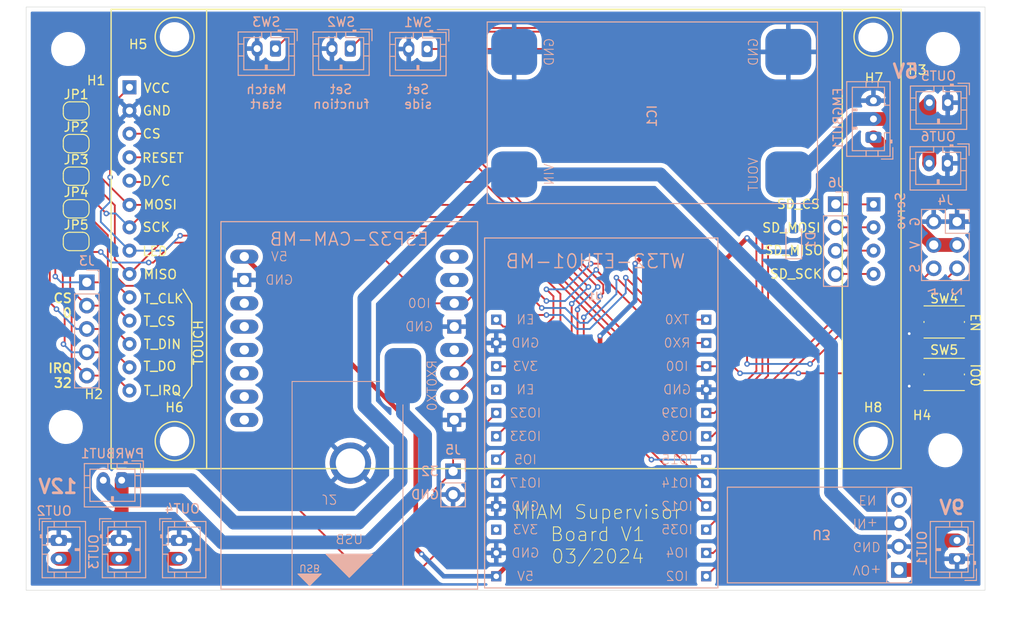
<source format=kicad_pcb>
(kicad_pcb (version 20221018) (generator pcbnew)
  (layers (0 "F.Cu" signal) (31 "B.Cu" signal) (34 "B.Paste" user) (35 "F.Paste" user) (36 "B.SilkS" user "B.Silkscreen") (37 "F.SilkS" user "F.Silkscreen") (38 "B.Mask" user) (39 "F.Mask" user) (44 "Edge.Cuts" user))
  (net 0 "")
  (net 1 "GND")
  (net 2 "/MATCH_START")
  (net 3 "+3V3")
  (net 5 "/DC")
  (net 6 "/RESET")
  (net 7 "/CS")
  (net 9 "+5V")
  (net 10 "/TX0")
  (net 11 "/RX0")
  (net 12 "/IO0")
  (net 13 "/MISO")
  (net 14 "/MOSI")
  (net 15 "/SCK")
  (net 25 "/IO2")
  (net 26 "/IO4")
  (net 27 "/EMERGENCY_BUTTON")
  (net 28 "/EN")
  (net 29 "+5VA")
  (net 30 "+12V")
  (net 31 "+9V")
  (net 33 "Net-(J1-SD_SCK)")
  (net 34 "Net-(J1-SD_MISO)")
  (net 35 "Net-(J1-SD_MOSI)")
  (net 36 "Net-(J1-SD_CS)")
  (net 37 "/IO32")
  (net 38 "Net-(J2-Pin_1)")
  (net 39 "/T_IRQ")
  (net 40 "/T_DO")
  (net 41 "/T_DIN")
  (net 42 "/T_CS")
  (net 43 "/T_CLK")
  (net 44 "/SET_SIDE")
  (net 45 "/SET_OTHER_FUNCTION")
  (footprint "Jumper:SolderJumper-2_P1.3mm_Open_RoundedPad1.0x1.5mm" (layer "F.Cu") (at 38.72 96.919)
    (fp_text reference "JP1")
    (fp_text value "SolderJumper_2_Open")
  )
  (footprint "MountingHole:MountingHole_2.7mm_M2.5" (layer "F.Cu") (at 125.476 132.8928)
    (fp_text reference "H8")
    (fp_text value "MountingHole")
  )
  (footprint "MountingHole:MountingHole_3.2mm_M3" (layer "F.Cu") (at 133.096 90.17)
    (fp_text reference "H3")
    (fp_text value "MountingHole")
  )
  (footprint "Jumper:SolderJumper-2_P1.3mm_Open_RoundedPad1.0x1.5mm" (layer "F.Cu") (at 38.72 100.469)
    (fp_text reference "JP2")
    (fp_text value "SolderJumper_2_Open")
  )
  (footprint "MiAM_ESP32_Footprints:2.8_tft_240x320_touch_sd_spi" (layer "F.Cu") (at 128.524 85.852 -90)
    (fp_text reference "J1" hide)
    (fp_text value "ST7789_TFT_Screen")
  )
  (footprint "MountingHole:MountingHole_2.7mm_M2.5" (layer "F.Cu") (at 49.4284 88.8492)
    (fp_text reference "H5")
    (fp_text value "MountingHole")
  )
  (footprint "Jumper:SolderJumper-2_P1.3mm_Open_RoundedPad1.0x1.5mm" (layer "F.Cu") (at 38.72 104.019)
    (fp_text reference "JP3")
    (fp_text value "SolderJumper_2_Open")
  )
  (footprint "Jumper:SolderJumper-2_P1.3mm_Open_RoundedPad1.0x1.5mm" (layer "F.Cu") (at 38.72 111.125)
    (fp_text reference "JP5")
    (fp_text value "SolderJumper_2_Open")
  )
  (footprint "MountingHole:MountingHole_3.2mm_M3" (layer "F.Cu") (at 133.35 133.858)
    (fp_text reference "H4")
    (fp_text value "MountingHole")
  )
  (footprint "MountingHole:MountingHole_3.2mm_M3" (layer "F.Cu") (at 37.846 90.17)
    (fp_text reference "H1")
    (fp_text value "MountingHole")
  )
  (footprint "Button_Switch_SMD:SW_Push_1P1T_NO_Vertical_Wuerth_434133025816" (layer "F.Cu") (at 133.223 125.603)
    (fp_text reference "SW5")
    (fp_text value "SW_Push")
  )
  (footprint "MountingHole:MountingHole_2.7mm_M2.5" (layer "F.Cu") (at 125.476 88.9)
    (fp_text reference "H7")
    (fp_text value "MountingHole")
  )
  (footprint "MountingHole:MountingHole_2.7mm_M2.5" (layer "F.Cu") (at 49.4284 132.8928)
    (fp_text reference "H6")
    (fp_text value "MountingHole")
  )
  (footprint "MountingHole:MountingHole_3.2mm_M3" (layer "F.Cu") (at 37.592 131.318)
    (fp_text reference "H2")
    (fp_text value "MountingHole")
  )
  (footprint "Button_Switch_SMD:SW_Push_1P1T_NO_Vertical_Wuerth_434133025816" (layer "F.Cu") (at 133.223 119.888)
    (fp_text reference "SW4")
    (fp_text value "SW_Push")
  )
  (footprint "Jumper:SolderJumper-2_P1.3mm_Open_RoundedPad1.0x1.5mm" (layer "F.Cu") (at 38.72 107.569)
    (fp_text reference "JP4")
    (fp_text value "SolderJumper_2_Open")
  )
  (footprint "Connector_PinHeader_2.54mm:PinHeader_1x02_P2.54mm_Vertical" (layer "B.Cu") (at 79.756 136.139 180)
    (fp_text reference "J5")
    (fp_text value "Conn_01x02_Pin")
  )
  (footprint "Connector_PinHeader_2.54mm:PinHeader_1x04_P2.54mm_Vertical" (layer "B.Cu") (at 121.412 107.061 180)
    (fp_text reference "J6")
    (fp_text value "Conn_01x04_Pin")
  )
  (footprint "MiAM_ESP32_Footprints:USBC-Dummy-Card" (layer "B.Cu") (at 68.58 137.795)
    (fp_text reference "J2")
    (fp_text value "Screw_Terminal_01x02")
  )
  (footprint "MiAM_ESP32_Footprints:WT32-ETH01-MB" (layer "B.Cu") (at 104.14 119.634 180)
    (fp_text reference "U1")
    (fp_text value "WT32-ETH01")
  )
  (footprint "MiAM_ESP32_Footprints:Mini560" (layer "B.Cu") (at 86.406 87.9475 -90)
    (fp_text reference "IC1")
    (fp_text value "Mini560")
  )
  (footprint "Connector_JST:JST_PH_B2B-PH-K_1x02_P2.00mm_Vertical" (layer "B.Cu") (at 43.38 143.669 -90)
    (fp_text reference "OUT3")
    (fp_text value "Screw_Terminal_01x02")
  )
  (footprint "Connector_JST:JST_PH_B3B-PH-K_1x03_P2.00mm_Vertical" (layer "B.Cu") (at 125.518 99.79 90)
    (fp_text reference "EMGBUT1")
    (fp_text value "Conn_01x02_Male")
  )
  (footprint "Connector_JST:JST_PH_B2B-PH-K_1x02_P2.00mm_Vertical" (layer "B.Cu") (at 36.83 143.669 -90)
    (fp_text reference "OUT2")
    (fp_text value "Screw_Terminal_01x02")
  )
  (footprint "Connector_JST:JST_PH_B2B-PH-K_1x02_P2.00mm_Vertical" (layer "B.Cu") (at 76.93 90.17 180)
    (fp_text reference "SW1")
    (fp_text value "SW_Push")
  )
  (footprint "Connector_JST:JST_PH_B2B-PH-K_1x02_P2.00mm_Vertical" (layer "B.Cu") (at 133.572 102.616 180)
    (fp_text reference "OUT6")
    (fp_text value "Screw_Terminal_01x02")
  )
  (footprint "Connector_JST:JST_PH_B2B-PH-K_1x02_P2.00mm_Vertical" (layer "B.Cu") (at 60.42 90.128 180)
    (fp_text reference "SW3")
    (fp_text value "SW_Push")
  )
  (footprint "Connector_PinHeader_2.54mm:PinHeader_2x03_P2.54mm_Vertical" (layer "B.Cu") (at 134.62 108.966 180)
    (fp_text reference "J4")
    (fp_text value "Conn_02x03_Odd_Even")
  )
  (footprint "Connector_JST:JST_PH_B2B-PH-K_1x02_P2.00mm_Vertical" (layer "B.Cu") (at 68.564 90.128 180)
    (fp_text reference "SW2")
    (fp_text value "SW_Push")
  )
  (footprint "Connector_JST:JST_PH_B2B-PH-K_1x02_P2.00mm_Vertical" (layer "B.Cu") (at 134.62 145.669 90)
    (fp_text reference "OUT1")
    (fp_text value "Screw_Terminal_01x02")
  )
  (footprint "Connector_JST:JST_PH_B2B-PH-K_1x02_P2.00mm_Vertical" (layer "B.Cu") (at 43.672 137.118 180)
    (fp_text reference "PWRBUT1")
    (fp_text value "Screw_Terminal_01x02")
  )
  (footprint "MiAM_ESP32_Footprints:ESP32-CAM_MB" (layer "B.Cu") (at 68.453 133.096 180)
    (fp_text reference "U2" hide)
    (fp_text value "ESP32-CAM" hide)
  )
  (footprint "Connector_JST:JST_PH_B2B-PH-K_1x02_P2.00mm_Vertical" (layer "B.Cu") (at 49.93 143.669 -90)
    (fp_text reference "OUT4")
    (fp_text value "Screw_Terminal_01x02")
  )
  (footprint "Connector_JST:JST_PH_B2B-PH-K_1x02_P2.00mm_Vertical" (layer "B.Cu") (at 133.604 96.012 180)
    (fp_text reference "OUT5")
    (fp_text value "Screw_Terminal_01x02")
  )
  (footprint "Connector_PinHeader_2.54mm:PinHeader_1x05_P2.54mm_Vertical" (layer "B.Cu") (at 39.878 115.57 180)
    (fp_text reference "J3")
    (fp_text value "Conn_01x05_Pin")
  )
  (footprint "MiAM_ESP32_Footprints:VoltageRegulator" (layer "B.Cu") (at 119.38 143.129)
    (fp_text reference "U3")
    (fp_text value "9V")
  )
  (footprint "Diode_SMD:D_SOD-323_HandSoldering" (layer "B.Cu") (at 116.84 110.998 90)
    (fp_text reference "D1")
    (fp_text value "D_Schottky")
  )
  (gr_rect (start 33.274 85.598) (end 137.668 149.098) (stroke (width 0.05)) (fill none) (layer "Edge.Cuts"))
  (gr_text "Servo" (at 129.032 105.664 90) (layer "B.SilkS") (effects (font (size 1 1)) (justify left bottom mirror)))
  (gr_text "Set\nside" (at 75.946 93.98) (layer "B.SilkS") (effects (font (size 1 1)) (justify top mirror)))
  (gr_text "GND" (at 76.708 138.684) (layer "B.SilkS") (effects (font (size 1 1)) (justify mirror)))
  (gr_text "4" (at 132.08 116.586 90) (layer "B.SilkS") (effects (font (size 1 1)) (justify mirror)))
  (gr_text "32" (at 77.216 136.144) (layer "B.SilkS") (effects (font (size 1 1)) (justify mirror)))
  (gr_text "Set\nfunction" (at 67.564 93.98) (layer "B.SilkS") (effects (font (size 1 1)) (justify top mirror)))
  (gr_text "5V" (at 130.556 93.472) (layer "B.SilkS") (effects (font (size 1.5 1.5) (thickness 0.3) bold) (justify left bottom mirror)))
  (gr_text "9V" (at 135.636 140.97) (layer "B.SilkS") (effects (font (size 1.5 1.5) (thickness 0.3) bold) (justify left bottom mirror)))
  (gr_text "S" (at 130.048 114.046 90) (layer "B.SilkS") (effects (font (size 1 1)) (justify mirror)))
  (gr_text "G" (at 130.048 108.966 90) (layer "B.SilkS") (effects (font (size 1 1)) (justify mirror)))
  (gr_text "2" (at 134.62 116.586 90) (layer "B.SilkS") (effects (font (size 1 1)) (justify mirror)))
  (gr_text "V" (at 130.048 111.506 90) (layer "B.SilkS") (effects (font (size 1 1)) (justify mirror)))
  (gr_text "Match\nstart" (at 59.436 93.98) (layer "B.SilkS") (effects (font (size 1 1)) (justify top mirror)))
  (gr_text "12V" (at 38.989 138.684) (layer "B.SilkS") (effects (font (size 1.5 1.5) (thickness 0.3) bold) (justify left bottom mirror)))
  (gr_text "MiAM Supervisor\nBoard V1\n03/2024" (at 95.504 143.002) (layer "F.SilkS") (effects (font (size 1.5 1.5) (thickness 0.1))))
  (gr_text "CS\n0" (at 38.354 118.11) (layer "F.SilkS") (effects (font (size 1 1) (thickness 0.1875)) (justify right)))
  (gr_text "IO0" (at 136.017 125.671 -90) (layer "F.SilkS") (effects (font (size 1 1)) (justify bottom)))
  (gr_text "IRQ\n32" (at 38.354 125.73) (layer "F.SilkS") (effects (font (size 1 1) (thickness 0.1875)) (justify right)))
  (gr_text "EN" (at 136.017 119.956 -90) (layer "F.SilkS") (effects (font (size 1 1)) (justify bottom)))
  (segment (start 129.608 120.963) (end 129.413 121.158) (width 0.2) (layer "F.Cu") (net 1))
  (segment (start 131.148 126.678) (end 129.608 126.678) (width 0.2) (layer "F.Cu") (net 1))
  (segment (start 135.273 120.963) (end 131.148 120.963) (width 0.2) (layer "F.Cu") (net 1))
  (segment (start 135.273 126.678) (end 131.148 126.678) (width 0.2) (layer "F.Cu") (net 1))
  (segment (start 131.148 120.963) (end 129.608 120.963) (width 0.2) (layer "F.Cu") (net 1))
  (segment (start 129.608 126.678) (end 129.413 126.873) (width 0.2) (layer "F.Cu") (net 1))
  (via (at 129.413 126.873) (size 0.6) (drill 0.3) (layers "F.Cu" "B.Cu") (net 1))
  (via (at 129.413 121.158) (size 0.6) (drill 0.3) (layers "F.Cu" "B.Cu") (net 1))
  (segment (start 114.046 125.73) (end 110.744 129.032) (width 0.2) (layer "F.Cu") (net 2))
  (segment (start 114.046 107.95) (end 114.046 125.73) (width 0.2) (layer "F.Cu") (net 2))
  (segment (start 93.98 87.884) (end 114.046 107.95) (width 0.2) (layer "F.Cu") (net 2))
  (segment (start 110.744 129.032) (end 110.744 139.065) (width 0.2) (layer "F.Cu") (net 2))
  (segment (start 60.42 90.128) (end 62.664 87.884) (width 0.2) (layer "F.Cu") (net 2))
  (segment (start 62.664 87.884) (end 93.98 87.884) (width 0.2) (layer "F.Cu") (net 2))
  (segment (start 110.744 139.065) (end 107.315 142.494) (width 0.2) (layer "F.Cu") (net 2))
  (segment (start 85.09 110.49) (end 50.038 110.49) (width 0.2) (layer "F.Cu") (net 3))
  (segment (start 84.455 124.714) (end 88.646 124.714) (width 0.2) (layer "F.Cu") (net 3))
  (segment (start 88.646 124.714) (end 91.44 121.92) (width 0.2) (layer "F.Cu") (net 3))
  (segment (start 91.44 121.92) (end 91.44 116.84) (width 0.2) (layer "F.Cu") (net 3))
  (segment (start 42.418 96.448) (end 44.524 94.342) (width 0.2) (layer "F.Cu") (net 3))
  (segment (start 42.418 104.14) (end 42.418 96.448) (width 0.2) (layer "F.Cu") (net 3))
  (segment (start 91.44 116.84) (end 85.09 110.49) (width 0.2) (layer "F.Cu") (net 3))
  (via (at 42.418 104.14) (size 0.6) (drill 0.3) (layers "F.Cu" "B.Cu") (net 3))
  (via (at 50.038 110.49) (size 0.6) (drill 0.3) (layers "F.Cu" "B.Cu") (net 3))
  (segment (start 42.418 106.812471) (end 41.402 107.828471) (width 0.2) (layer "B.Cu") (net 3))
  (segment (start 41.402 107.828471) (end 41.402 109) (width 0.2) (layer "B.Cu") (net 3))
  (segment (start 42.418 104.14) (end 42.418 106.812471) (width 0.2) (layer "B.Cu") (net 3))
  (segment (start 41.402 109) (end 44.524 112.122) (width 0.2) (layer "B.Cu") (net 3))
  (segment (start 50.038 110.49) (end 48.406 112.122) (width 0.2) (layer "B.Cu") (net 3))
  (segment (start 48.406 112.122) (end 44.524 112.122) (width 0.2) (layer "B.Cu") (net 3))
  (segment (start 83.058 104.648) (end 94.488 116.078) (width 0.2) (layer "F.Cu") (net 5))
  (segment (start 44.524 104.502) (end 44.67 104.648) (width 0.2) (layer "F.Cu") (net 5))
  (segment (start 92.666735 117.899265) (end 92.666735 124.122265) (width 0.2) (layer "F.Cu") (net 5))
  (segment (start 44.67 104.648) (end 83.058 104.648) (width 0.2) (layer "F.Cu") (net 5))
  (segment (start 92.666735 124.122265) (end 84.455 132.334) (width 0.2) (layer "F.Cu") (net 5))
  (via (at 94.488 116.078) (size 0.6) (drill 0.3) (layers "F.Cu" "B.Cu") (net 5))
  (via (at 92.666735 117.899265) (size 0.6) (drill 0.3) (layers "F.Cu" "B.Cu") (net 5))
  (segment (start 94.488 116.078) (end 92.666735 117.899265) (width 0.2) (layer "B.Cu") (net 5))
  (segment (start 93.301735 118.534265) (end 93.301735 126.027265) (width 0.2) (layer "F.Cu") (net 6))
  (segment (start 44.524 101.962) (end 81.388 101.962) (width 0.2) (layer "F.Cu") (net 6))
  (segment (start 93.301735 126.027265) (end 84.455 134.874) (width 0.2) (layer "F.Cu") (net 6))
  (segment (start 81.388 101.962) (end 95.504 116.078) (width 0.2) (layer "F.Cu") (net 6))
  (via (at 95.504 116.078) (size 0.6) (drill 0.3) (layers "F.Cu" "B.Cu") (net 6))
  (via (at 93.301735 118.534265) (size 0.6) (drill 0.3) (layers "F.Cu" "B.Cu") (net 6))
  (segment (start 95.504 116.078) (end 93.301735 118.280265) (width 0.2) (layer "B.Cu") (net 6))
  (segment (start 93.301735 118.280265) (end 93.301735 118.534265) (width 0.2) (layer "B.Cu") (net 6))
  (segment (start 93.98 119.38) (end 93.98 127.889) (width 0.2) (layer "F.Cu") (net 7))
  (segment (start 96.104 116.748) (end 95.758 117.094) (width 0.2) (layer "F.Cu") (net 7))
  (segment (start 44.524 99.392) (end 79.666529 99.392) (width 0.2) (layer "F.Cu") (net 7))
  (segment (start 93.98 127.889) (end 84.455 137.414) (width 0.2) (layer "F.Cu") (net 7))
  (segment (start 79.666529 99.392) (end 96.104 115.829471) (width 0.2) (layer "F.Cu") (net 7))
  (segment (start 96.104 115.829471) (end 96.104 116.748) (width 0.2) (layer "F.Cu") (net 7))
  (via (at 95.758 117.094) (size 0.6) (drill 0.3) (layers "F.Cu" "B.Cu") (net 7))
  (via (at 93.98 119.38) (size 0.6) (drill 0.3) (layers "F.Cu" "B.Cu") (net 7))
  (segment (start 95.758 117.094) (end 95.758 117.602) (width 0.2) (layer "B.Cu") (net 7))
  (segment (start 95.758 117.602) (end 93.98 119.38) (width 0.2) (layer "B.Cu") (net 7))
  (segment (start 131.604 96.012) (end 129.826 97.79) (width 1.5) (layer "F.Cu") (net 9))
  (segment (start 131.604 96.012) (end 131.604 102.584) (width 1.5) (layer "F.Cu") (net 9))
  (segment (start 131.604 102.584) (end 131.572 102.616) (width 1.5) (layer "F.Cu") (net 9))
  (segment (start 129.826 97.79) (end 125.518 97.79) (width 1.5) (layer "F.Cu") (net 9))
  (segment (start 116.84 104.4115) (end 116.251 103.8225) (width 0.5) (layer "B.Cu") (net 9))
  (segment (start 123.444 97.79) (end 125.518 97.79) (width 1.5) (layer "B.Cu") (net 9))
  (segment (start 116.84 109.748) (end 116.84 104.4115) (width 0.5) (layer "B.Cu") (net 9))
  (segment (start 117.4115 103.8225) (end 123.444 97.79) (width 1.5) (layer "B.Cu") (net 9))
  (segment (start 116.251 103.8225) (end 117.4115 103.8225) (width 1.5) (layer "B.Cu") (net 9))
  (segment (start 83.82 118.11) (end 82.804 119.126) (width 0.2) (layer "F.Cu") (net 10))
  (segment (start 82.804 119.126) (end 82.804 125.095) (width 0.2) (layer "F.Cu") (net 10))
  (segment (start 103.124 119.634) (end 107.315 119.634) (width 0.2) (layer "F.Cu") (net 10))
  (segment (start 88.9 119.126) (end 87.884 118.11) (width 0.2) (layer "F.Cu") (net 10))
  (segment (start 87.884 118.11) (end 83.82 118.11) (width 0.2) (layer "F.Cu") (net 10))
  (segment (start 82.804 125.095) (end 79.883 128.016) (width 0.2) (layer "F.Cu") (net 10))
  (segment (start 89.916 119.126) (end 88.9 119.126) (width 0.2) (layer "F.Cu") (net 10))
  (segment (start 98.552 115.062) (end 103.124 119.634) (width 0.2) (layer "F.Cu") (net 10))
  (via (at 89.916 119.126) (size 0.6) (drill 0.3) (layers "F.Cu" "B.Cu") (net 10))
  (via (at 98.552 115.062) (size 0.6) (drill 0.3) (layers "F.Cu" "B.Cu") (net 10))
  (segment (start 93.218 120.65) (end 94.643843 120.65) (width 0.2) (layer "B.Cu") (net 10))
  (segment (start 89.916 119.126) (end 91.694 119.126) (width 0.2) (layer "B.Cu") (net 10))
  (segment (start 94.643843 120.65) (end 98.552 116.741843) (width 0.2) (layer "B.Cu") (net 10))
  (segment (start 91.694 119.126) (end 93.218 120.65) (width 0.2) (layer "B.Cu") (net 10))
  (segment (start 98.552 116.741843) (end 98.552 115.062) (width 0.2) (layer "B.Cu") (net 10))
  (segment (start 88.392 117.348) (end 83.566 117.348) (width 0.2) (layer "F.Cu") (net 11))
  (segment (start 97.536 115.062) (end 104.648 122.174) (width 0.2) (layer "F.Cu") (net 11))
  (segment (start 82.296 123.063) (end 79.883 125.476) (width 0.2) (layer "F.Cu") (net 11))
  (segment (start 104.648 122.174) (end 107.315 122.174) (width 0.2) (layer "F.Cu") (net 11))
  (segment (start 83.566 117.348) (end 82.296 118.618) (width 0.2) (layer "F.Cu") (net 11))
  (segment (start 82.296 118.618) (end 82.296 123.063) (width 0.2) (layer "F.Cu") (net 11))
  (segment (start 89.408 118.364) (end 88.392 117.348) (width 0.2) (layer "F.Cu") (net 11))
  (via (at 97.536 115.062) (size 0.6) (drill 0.3) (layers "F.Cu" "B.Cu") (net 11))
  (via (at 89.408 118.364) (size 0.6) (drill 0.3) (layers "F.Cu" "B.Cu") (net 11))
  (segment (start 91.948 118.364) (end 93.564 119.98) (width 0.2) (layer "B.Cu") (net 11))
  (segment (start 93.564 119.98) (end 94.396 119.98) (width 0.2) (layer "B.Cu") (net 11))
  (segment (start 89.408 118.364) (end 91.948 118.364) (width 0.2) (layer "B.Cu") (net 11))
  (segment (start 94.396 119.98) (end 97.536 116.84) (width 0.2) (layer "B.Cu") (net 11))
  (segment (start 97.536 116.84) (end 97.536 115.062) (width 0.2) (layer "B.Cu") (net 11))
  (segment (start 107.315 124.714) (end 110.236 124.714) (width 0.2) (layer "F.Cu") (net 12))
  (segment (start 95.336529 114.213471) (end 105.837058 124.714) (width 0.2) (layer "F.Cu") (net 12))
  (segment (start 39.37 111.125) (end 40.513 112.268) (width 0.2) (layer "F.Cu") (net 12))
  (segment (start 88.9 116.586) (end 82.296 116.586) (width 0.2) (layer "F.Cu") (net 12))
  (segment (start 89.916 117.602) (end 88.9 116.586) (width 0.2) (layer "F.Cu") (net 12))
  (segment (start 81.026 117.856) (end 79.883 117.856) (width 0.2) (layer "F.Cu") (net 12))
  (segment (start 110.236 124.714) (end 110.998 125.476) (width 0.2) (layer "F.Cu") (net 12))
  (segment (start 128.084 125.476) (end 117.348 125.476) (width 0.2) (layer "F.Cu") (net 12))
  (segment (start 82.296 116.586) (end 81.026 117.856) (width 0.2) (layer "F.Cu") (net 12))
  (segment (start 129.032 124.528) (end 128.084 125.476) (width 0.2) (layer "F.Cu") (net 12))
  (segment (start 70.485 111.252) (end 77.089 117.856) (width 0.2) (layer "F.Cu") (net 12))
  (segment (start 131.148 124.528) (end 135.298 124.528) (width 0.2) (layer "F.Cu") (net 12))
  (segment (start 47.109735 113.418265) (end 49.276 111.252) (width 0.2) (layer "F.Cu") (net 12))
  (segment (start 49.276 111.252) (end 70.485 111.252) (width 0.2) (layer "F.Cu") (net 12))
  (segment (start 77.089 117.856) (end 79.883 117.856) (width 0.2) (layer "F.Cu") (net 12))
  (segment (start 105.837058 124.714) (end 107.315 124.714) (width 0.2) (layer "F.Cu") (net 12))
  (segment (start 46.616265 113.418265) (end 47.109735 113.418265) (width 0.2) (layer "F.Cu") (net 12))
  (segment (start 40.513 112.268) (end 41.402 112.268) (width 0.2) (layer "F.Cu") (net 12))
  (segment (start 129.032 124.528) (end 131.148 124.528) (width 0.2) (layer "F.Cu") (net 12))
  (via (at 41.402 112.268) (size 0.6) (drill 0.3) (layers "F.Cu" "B.Cu") (net 12))
  (via (at 117.348 125.476) (size 0.6) (drill 0.3) (layers "F.Cu" "B.Cu") (net 12))
  (via (at 95.336529 114.213471) (size 0.6) (drill 0.3) (layers "F.Cu" "B.Cu") (net 12))
  (via (at 110.998 125.476) (size 0.6) (drill 0.3) (layers "F.Cu" "B.Cu") (net 12))
  (via (at 89.916 117.602) (size 0.6) (drill 0.3) (layers "F.Cu" "B.Cu") (net 12))
  (via (at 46.616265 113.418265) (size 0.6) (drill 0.3) (layers "F.Cu" "B.Cu") (net 12))
  (segment (start 89.916 117.602) (end 91.948 117.602) (width 0.2) (layer "B.Cu") (net 12))
  (segment (start 110.998 125.476) (end 117.348 125.476) (width 0.2) (layer "B.Cu") (net 12))
  (segment (start 91.948 117.602) (end 95.336529 114.213471) (width 0.2) (layer "B.Cu") (net 12))
  (segment (start 41.402 112.268) (end 42.552265 113.418265) (width 0.2) (layer "B.Cu") (net 12))
  (segment (start 42.552265 113.418265) (end 46.616265 113.418265) (width 0.2) (layer "B.Cu") (net 12))
  (segment (start 40.64 104.902) (end 40.64 101.6) (width 0.2) (layer "F.Cu") (net 13))
  (segment (start 98.806 132.334) (end 98.806 123.19) (width 0.2) (layer "F.Cu") (net 13))
  (segment (start 98.806 123.19) (end 85.09 109.474) (width 0.2) (layer "F.Cu") (net 13))
  (segment (start 42.926 113.064) (end 42.926 107.188) (width 0.2) (layer "F.Cu") (net 13))
  (segment (start 44.524 114.662) (end 42.926 113.064) (width 0.2) (layer "F.Cu") (net 13))
  (segment (start 40.64 101.6) (end 39.509 100.469) (width 0.2) (layer "F.Cu") (net 13))
  (segment (start 39.509 100.469) (end 39.37 100.469) (width 0.2) (layer "F.Cu") (net 13))
  (segment (start 42.926 107.188) (end 40.64 104.902) (width 0.2) (layer "F.Cu") (net 13))
  (segment (start 101.346 134.874) (end 98.806 132.334) (width 0.2) (layer "F.Cu") (net 13))
  (segment (start 85.09 109.474) (end 49.712 109.474) (width 0.2) (layer "F.Cu") (net 13))
  (segment (start 49.712 109.474) (end 44.524 114.662) (width 0.2) (layer "F.Cu") (net 13))
  (via (at 101.346 134.874) (size 0.6) (drill 0.3) (layers "F.Cu" "B.Cu") (net 13))
  (segment (start 107.315 134.874) (end 101.346 134.874) (width 0.2) (layer "B.Cu") (net 13))
  (segment (start 107.188 137.414) (end 99.822 130.048) (width 0.2) (layer "F.Cu") (net 14))
  (segment (start 39.37 96.919) (end 41.402 98.951) (width 0.2) (layer "F.Cu") (net 14))
  (segment (start 44.404 107.142) (end 44.524 107.142) (width 0.2) (layer "F.Cu") (net 14))
  (segment (start 99.822 122.428) (end 84.536 107.142) (width 0.2) (layer "F.Cu") (net 14))
  (segment (start 99.822 130.048) (end 99.822 122.428) (width 0.2) (layer "F.Cu") (net 14))
  (segment (start 107.315 137.414) (end 107.188 137.414) (width 0.2) (layer "F.Cu") (net 14))
  (segment (start 41.402 104.14) (end 44.404 107.142) (width 0.2) (layer "F.Cu") (net 14))
  (segment (start 84.536 107.142) (end 44.524 107.142) (width 0.2) (layer "F.Cu") (net 14))
  (segment (start 41.402 98.951) (end 41.402 104.14) (width 0.2) (layer "F.Cu") (net 14))
  (segment (start 99.314 131.953) (end 107.315 139.954) (width 0.2) (layer "F.Cu") (net 15))
  (segment (start 42.002 108.077) (end 39.37 105.445) (width 0.2) (layer "F.Cu") (net 15))
  (segment (start 84.8995 108.458) (end 99.314 122.8725) (width 0.2) (layer "F.Cu") (net 15))
  (segment (start 39.37 105.445) (end 39.37 104.019) (width 0.2) (layer "F.Cu") (net 15))
  (segment (start 45.648 108.458) (end 84.8995 108.458) (width 0.2) (layer "F.Cu") (net 15))
  (segment (start 99.314 122.8725) (end 99.314 131.953) (width 0.2) (layer "F.Cu") (net 15))
  (segment (start 44.524 109.582) (end 45.648 108.458) (width 0.2) (layer "F.Cu") (net 15))
  (via (at 42.002 108.077) (size 0.6) (drill 0.3) (layers "F.Cu" "B.Cu") (net 15))
  (segment (start 43.019 108.077) (end 44.524 109.582) (width 0.2) (layer "B.Cu") (net 15))
  (segment (start 42.002 108.077) (end 43.019 108.077) (width 0.2) (layer "B.Cu") (net 15))
  (segment (start 113.03 141.859) (end 107.315 147.574) (width 0.2) (layer "F.Cu") (net 25))
  (segment (start 124.206 117.602) (end 113.03 128.778) (width 0.2) (layer "F.Cu") (net 25))
  (segment (start 131.064 117.602) (end 124.206 117.602) (width 0.2) (layer "F.Cu") (net 25))
  (segment (start 134.62 114.046) (end 131.064 117.602) (width 0.2) (layer "F.Cu") (net 25))
  (segment (start 113.03 128.778) (end 113.03 141.859) (width 0.2) (layer "F.Cu") (net 25))
  (segment (start 129.286 116.84) (end 132.08 114.046) (width 0.2) (layer "F.Cu") (net 26))
  (segment (start 123.952 116.84) (end 129.286 116.84) (width 0.2) (layer "F.Cu") (net 26))
  (segment (start 108.069 145.034) (end 112.268 140.835) (width 0.2) (layer "F.Cu") (net 26))
  (segment (start 112.268 128.524) (end 123.952 116.84) (width 0.2) (layer "F.Cu") (net 26))
  (segment (start 112.268 140.835) (end 112.268 128.524) (width 0.2) (layer "F.Cu") (net 26))
  (segment (start 107.315 145.034) (end 108.069 145.034) (width 0.2) (layer "F.Cu") (net 26))
  (segment (start 129.286 108.717585) (end 129.286 103.558) (width 1.5) (layer "F.Cu") (net 27))
  (segment (start 129.286 103.558) (end 125.518 99.79) (width 1.5) (layer "F.Cu") (net 27))
  (segment (start 132.08 111.506) (end 132.074415 111.506) (width 1.5) (layer "F.Cu") (net 27))
  (segment (start 132.074415 111.506) (end 129.286 108.717585) (width 1.5) (layer "F.Cu") (net 27))
  (segment (start 132.08 111.506) (end 134.62 111.506) (width 1.5) (layer "F.Cu") (net 27))
  (segment (start 101.854 117.094) (end 98.298 113.538) (width 0.2) (layer "F.Cu") (net 28))
  (segment (start 107.696 117.094) (end 101.854 117.094) (width 0.2) (layer "F.Cu") (net 28))
  (segment (start 90.678 117.094) (end 90.678 119.38) (width 0.2) (layer "F.Cu") (net 28))
  (segment (start 89.916 116.332) (end 90.678 117.094) (width 0.2) (layer "F.Cu") (net 28))
  (segment (start 85.217 120.396) (end 84.455 119.634) (width 0.2) (layer "F.Cu") (net 28))
  (segment (start 89.662 120.396) (end 85.217 120.396) (width 0.2) (layer "F.Cu") (net 28))
  (segment (start 98.298 113.538) (end 94.742 113.538) (width 0.2) (layer "F.Cu") (net 28))
  (segment (start 131.148 118.813) (end 131.08 118.745) (width 0.2) (layer "F.Cu") (net 28))
  (segment (start 124.333 118.745) (end 118.618 124.46) (width 0.2) (layer "F.Cu") (net 28))
  (segment (start 131.148 118.813) (end 135.298 118.813) (width 0.2) (layer "F.Cu") (net 28))
  (segment (start 90.678 119.38) (end 89.662 120.396) (width 0.2) (layer "F.Cu") (net 28))
  (segment (start 111.76 124.46) (end 111.76 121.158) (width 0.2) (layer "F.Cu") (net 28))
  (segment (start 131.08 118.745) (end 124.333 118.745) (width 0.2) (layer "F.Cu") (net 28))
  (segment (start 111.76 121.158) (end 107.696 117.094) (width 0.2) (layer "F.Cu") (net 28))
  (via (at 118.618 124.46) (size 0.6) (drill 0.3) (layers "F.Cu" "B.Cu") (net 28))
  (via (at 89.916 116.332) (size 0.6) (drill 0.3) (layers "F.Cu" "B.Cu") (net 28))
  (via (at 111.76 124.46) (size 0.6) (drill 0.3) (layers "F.Cu" "B.Cu") (net 28))
  (via (at 94.742 113.538) (size 0.6) (drill 0.3) (layers "F.Cu" "B.Cu") (net 28))
  (segment (start 118.618 124.46) (end 111.76 124.46) (width 0.2) (layer "B.Cu") (net 28))
  (segment (start 91.948 116.332) (end 89.916 116.332) (width 0.2) (layer "B.Cu") (net 28))
  (segment (start 94.742 113.538) (end 91.948 116.332) (width 0.2) (layer "B.Cu") (net 28))
  (segment (start 75.692 144.526) (end 75.692 131.445) (width 0.5) (layer "F.Cu") (net 29))
  (segment (start 84.455 147.574) (end 95.758 136.271) (width 0.5) (layer "F.Cu") (net 29))
  (segment (start 95.758 136.271) (end 95.758 121.412) (width 0.5) (layer "F.Cu") (net 29))
  (segment (start 75.692 131.445) (end 57.023 112.776) (width 0.5) (layer "F.Cu") (net 29))
  (segment (start 76.327 145.161) (end 75.692 144.526) (width 0.5) (layer "F.Cu") (net 29))
  (segment (start 99.568 113.538) (end 100.168 112.938) (width 0.5) (layer "F.Cu") (net 29))
  (segment (start 100.168 112.938) (end 109.566 112.938) (width 0.5) (layer "F.Cu") (net 29))
  (segment (start 109.566 112.938) (end 111.76 110.744) (width 0.5) (layer "F.Cu") (net 29))
  (via (at 99.568 113.538) (size 0.6) (drill 0.3) (layers "F.Cu" "B.Cu") (net 29))
  (via (at 76.327 145.161) (size 0.6) (drill 0.3) (layers "F.Cu" "B.Cu") (net 29))
  (via (at 111.76 110.744) (size 0.6) (drill 0.3) (layers "F.Cu" "B.Cu") (net 29))
  (via (at 95.758 121.412) (size 0.6) (drill 0.3) (layers "F.Cu" "B.Cu") (net 29))
  (segment (start 99.568 113.538) (end 99.568 117.602) (width 0.5) (layer "B.Cu") (net 29))
  (segment (start 99.568 117.602) (end 95.758 121.412) (width 0.5) (layer "B.Cu") (net 29))
  (segment (start 78.74 147.574) (end 84.455 147.574) (width 0.5) (layer "B.Cu") (net 29))
  (segment (start 113.264 112.248) (end 116.84 112.248) (width 0.5) (layer "B.Cu") (net 29))
  (segment (start 76.327 145.161) (end 78.74 147.574) (width 0.5) (layer "B.Cu") (net 29))
  (segment (start 111.76 110.744) (end 113.264 112.248) (width 0.5) (layer "B.Cu") (net 29))
  (segment (start 43.672 137.118) (end 43.672 140.652) (width 1.5) (layer "F.Cu") (net 30))
  (segment (start 38.655 145.669) (end 36.83 145.669) (width 1.5) (layer "F.Cu") (net 30))
  (segment (start 43.672 140.652) (end 38.655 145.669) (width 1.5) (layer "F.Cu") (net 30))
  (segment (start 36.83 145.669) (end 49.93 145.669) (width 1.5) (layer "F.Cu") (net 30))
  (segment (start 43.672 137.118) (end 51.266 137.118) (width 1.5) (layer "B.Cu") (net 30))
  (segment (start 74.041 132.969) (end 70.104 129.032) (width 1.5) (layer "B.Cu") (net 30))
  (segment (start 102.2985 103.8225) (end 120.904 122.428) (width 1.5) (layer "B.Cu") (net 30))
  (segment (start 124.2822 141.8082) (end 128.2954 141.8082) (width 1.5) (layer "B.Cu") (net 30))
  (segment (start 51.266 137.118) (end 55.88 141.732) (width 1.5) (layer "B.Cu") (net 30))
  (segment (start 55.88 141.732) (end 69.469 141.732) (width 1.5) (layer "B.Cu") (net 30))
  (segment (start 120.904 122.428) (end 120.904 138.43) (width 1.5) (layer "B.Cu") (net 30))
  (segment (start 86.406 103.8225) (end 102.2985 103.8225) (width 1.5) (layer "B.Cu") (net 30))
  (segment (start 83.6295 103.8225) (end 86.406 103.8225) (width 1.5) (layer "B.Cu") (net 30))
  (segment (start 69.469 141.732) (end 74.041 137.16) (width 1.5) (layer "B.Cu") (net 30))
  (segment (start 74.041 137.16) (end 74.041 132.969) (width 1.5) (layer "B.Cu") (net 30))
  (segment (start 70.104 117.348) (end 83.6295 103.8225) (width 1.5) (layer "B.Cu") (net 30))
  (segment (start 70.104 129.032) (end 70.104 117.348) (width 1.5) (layer "B.Cu") (net 30))
  (segment (start 120.904 138.43) (end 124.2822 141.8082) (width 1.5) (layer "B.Cu") (net 30))
  (segment (start 133.445 143.669) (end 130.2258 146.8882) (width 1.5) (layer "F.Cu") (net 31))
  (segment (start 130.2258 146.8882) (end 128.2954 146.8882) (width 1.5) (layer "F.Cu") (net 31))
  (segment (start 134.62 143.669) (end 133.445 143.669) (width 1.5) (layer "F.Cu") (net 31))
  (segment (start 121.558 114.662) (end 121.412 114.808) (width 0.2) (layer "F.Cu") (net 33))
  (segment (start 125.524 114.662) (end 121.558 114.662) (width 0.2) (layer "F.Cu") (net 33))
  (segment (start 121.558 112.122) (end 121.412 112.268) (width 0.2) (layer "F.Cu") (net 34))
  (segment (start 125.524 112.122) (end 121.558 112.122) (width 0.2) (layer "F.Cu") (net 34))
  (segment (start 121.558 109.582) (end 121.412 109.728) (width 0.2) (layer "F.Cu") (net 35))
  (segment (start 125.524 109.582) (end 121.558 109.582) (width 0.2) (layer "F.Cu") (net 35))
  (segment (start 125.524 107.082) (end 121.518 107.082) (width 0.2) (layer "F.Cu") (net 36))
  (segment (start 42.164 114.046) (end 42.164 110.426685) (width 0.2) (layer "F.Cu") (net 37))
  (segment (start 51.943 120.904) (end 51.943 129.286) (width 0.2) (layer "F.Cu") (net 37))
  (segment (start 76.073 146.939) (end 77.724 145.288) (width 0.2) (layer "F.Cu") (net 37))
  (segment (start 44.069 115.951) (end 42.164 114.046) (width 0.2) (layer "F.Cu") (net 37))
  (segment (start 69.596 146.939) (end 76.073 146.939) (width 0.2) (layer "F.Cu") (net 37))
  (segment (start 79.756 136.139) (end 79.756 134.493) (width 0.2) (layer "F.Cu") (net 37))
  (segment (start 42.164 110.426685) (end 39.37 107.632685) (width 0.2) (layer "F.Cu") (net 37))
  (segment (start 51.943 129.286) (end 69.596 146.939) (width 0.2) (layer "F.Cu") (net 37))
  (segment (start 39.37 107.632685) (end 39.37 107.569) (width 0.2) (layer "F.Cu") (net 37))
  (segment (start 46.99 115.951) (end 51.943 120.904) (width 0.2) (layer "F.Cu") (net 37))
  (segment (start 77.724 138.171) (end 79.756 136.139) (width 0.2) (layer "F.Cu") (net 37))
  (segment (start 44.069 115.951) (end 46.99 115.951) (width 0.2) (layer "F.Cu") (net 37))
  (segment (start 77.724 145.288) (end 77.724 138.171) (width 0.2) (layer "F.Cu") (net 37))
  (segment (start 79.756 134.493) (end 84.455 129.794) (width 0.2) (layer "F.Cu") (net 37))
  (segment (start 76.708 132.207) (end 74.295 129.794) (width 1.5) (layer "B.Cu") (net 38))
  (segment (start 54.61 143.891) (end 70.485 143.891) (width 1.5) (layer "B.Cu") (net 38))
  (segment (start 76.708 137.668) (end 76.708 132.207) (width 1.5) (layer "B.Cu") (net 38))
  (segment (start 41.672 137.118) (end 41.672 137.796984) (width 1.5) (layer "B.Cu") (net 38))
  (segment (start 41.672 137.796984) (end 43.194016 139.319) (width 1.5) (layer "B.Cu") (net 38))
  (segment (start 50.038 139.319) (end 54.61 143.891) (width 1.5) (layer "B.Cu") (net 38))
  (segment (start 74.295 129.794) (end 74.295 125.73) (width 1.5) (layer "B.Cu") (net 38))
  (segment (start 43.194016 139.319) (end 50.038 139.319) (width 1.5) (layer "B.Cu") (net 38))
  (segment (start 70.485 143.891) (end 76.708 137.668) (width 1.5) (layer "B.Cu") (net 38))
  (segment (start 38.227 117.475) (end 38.227 124.079) (width 0.2) (layer "F.Cu") (net 39))
  (segment (start 37.264858 108.374142) (end 37.264858 116.512858) (width 0.2) (layer "F.Cu") (net 39))
  (segment (start 42.892 125.73) (end 44.524 127.362) (width 0.2) (layer "F.Cu") (net 39))
  (segment (start 37.264858 116.512858) (end 38.227 117.475) (width 0.2) (layer "F.Cu") (net 39))
  (segment (start 38.227 124.079) (end 39.878 125.73) (width 0.2) (layer "F.Cu") (net 39))
  (segment (start 39.878 125.73) (end 42.892 125.73) (width 0.2) (layer "F.Cu") (net 39))
  (segment (start 38.07 107.569) (end 37.264858 108.374142) (width 0.2) (layer "F.Cu") (net 39))
  (segment (start 37.465 117.602) (end 35.849 115.986) (width 0.2) (layer "F.Cu") (net 40))
  (segment (start 42.892 123.19) (end 44.524 124.822) (width 0.2) (layer "F.Cu") (net 40))
  (segment (start 37.465 122.174) (end 37.465 117.602) (width 0.2) (layer "F.Cu") (net 40))
  (segment (start 39.878 123.19) (end 42.892 123.19) (width 0.2) (layer "F.Cu") (net 40))
  (segment (start 35.849 115.986) (end 35.849 102.69) (width 0.2) (layer "F.Cu") (net 40))
  (segment (start 37.338 122.301) (end 37.465 122.174) (width 0.2) (layer "F.Cu") (net 40))
  (segment (start 35.849 102.69) (end 38.07 100.469) (width 0.2) (layer "F.Cu") (net 40))
  (via (at 37.338 122.301) (size 0.6) (drill 0.3) (layers "F.Cu" "B.Cu") (net 40))
  (segment (start 37.338 122.301) (end 38.227 123.19) (width 0.2) (layer "B.Cu") (net 40))
  (segment (start 38.227 123.19) (end 39.878 123.19) (width 0.2) (layer "B.Cu") (net 40))
  (segment (start 36.576 118.491) (end 35.179 117.094) (width 0.2) (layer "F.Cu") (net 41))
  (segment (start 42.892 120.65) (end 44.524 122.282) (width 0.2) (layer "F.Cu") (net 41))
  (segment (start 35.179 117.094) (end 35.179 99.81) (width 0.2) (layer "F.Cu") (net 41))
  (segment (start 39.878 120.65) (end 42.892 120.65) (width 0.2) (layer "F.Cu") (net 41))
  (segment (start 35.179 99.81) (end 38.07 96.919) (width 0.2) (layer "F.Cu") (net 41))
  (via (at 36.576 118.491) (size 0.6) (drill 0.3) (layers "F.Cu" "B.Cu") (net 41))
  (segment (start 38.735 120.65) (end 39.878 120.65) (width 0.2) (layer "B.Cu") (net 41))
  (segment (start 36.576 118.491) (end 38.735 120.65) (width 0.2) (layer "B.Cu") (net 41))
  (segment (start 38.07 116.302) (end 39.878 118.11) (width 0.2) (layer "F.Cu") (net 42))
  (segment (start 38.07 111.125) (end 38.07 116.302) (width 0.2) (layer "F.Cu") (net 42))
  (segment (start 42.892 118.11) (end 44.524 119.742) (width 0.2) (layer "F.Cu") (net 42))
  (segment (start 39.878 118.11) (end 42.892 118.11) (width 0.2) (layer "F.Cu") (net 42))
  (segment (start 42.892 115.57) (end 44.524 117.202) (width 0.2) (layer "F.Cu") (net 43))
  (segment (start 36.449 105.64) (end 36.449 114.935) (width 0.2) (layer "F.Cu") (net 43))
  (segment (start 38.07 104.019) (end 36.449 105.64) (width 0.2) (layer "F.Cu") (net 43))
  (segment (start 39.878 115.57) (end 42.892 115.57) (width 0.2) (layer "F.Cu") (net 43))
  (via (at 36.449 114.935) (size 0.6) (drill 0.3) (layers "F.Cu" "B.Cu") (net 43))
  (segment (start 37.084 115.57) (end 39.878 115.57) (width 0.2) (layer "B.Cu") (net 43))
  (segment (start 36.449 114.935) (end 37.084 115.57) (width 0.2) (layer "B.Cu") (net 43))
  (segment (start 112.776 108.458) (end 112.776 125.222) (width 0.2) (layer "F.Cu") (net 44))
  (segment (start 108.204 129.794) (end 107.315 129.794) (width 0.2) (layer "F.Cu") (net 44))
  (segment (start 76.93 90.17) (end 94.488 90.17) (width 0.2) (layer "F.Cu") (net 44))
  (segment (start 112.776 125.222) (end 108.204 129.794) (width 0.2) (layer "F.Cu") (net 44))
  (segment (start 94.488 90.17) (end 112.776 108.458) (width 0.2) (layer "F.Cu") (net 44))
  (segment (start 70.408 88.284) (end 93.421685 88.284) (width 0.2) (layer "F.Cu") (net 45))
  (segment (start 68.564 90.128) (end 70.408 88.284) (width 0.2) (layer "F.Cu") (net 45))
  (segment (start 109.474 130.81) (end 107.95 132.334) (width 0.2) (layer "F.Cu") (net 45))
  (segment (start 109.474 129.343686) (end 109.474 130.81) (width 0.2) (layer "F.Cu") (net 45))
  (segment (start 107.95 132.334) (end 107.315 132.334) (width 0.2) (layer "F.Cu") (net 45))
  (segment (start 113.43 108.292315) (end 113.43 125.387686) (width 0.2) (layer "F.Cu") (net 45))
  (segment (start 113.43 125.387686) (end 109.474 129.343686) (width 0.2) (layer "F.Cu") (net 45))
  (segment (start 93.421685 88.284) (end 113.43 108.292315) (width 0.2) (layer "F.Cu") (net 45))
  (zone (net 1) (net_name "GND") (layer "B.Cu") (connect_pads (clearance 0.5)) (min_thickness 0.25) (fill yes (thermal_gap 0.5) (thermal_bridge_width 0.5))
    (polygon (pts (xy 138.43 84.836) (xy 138.684 150.114) (xy 32.258 149.86) (xy 32.258 84.836)))
  )
)
</source>
